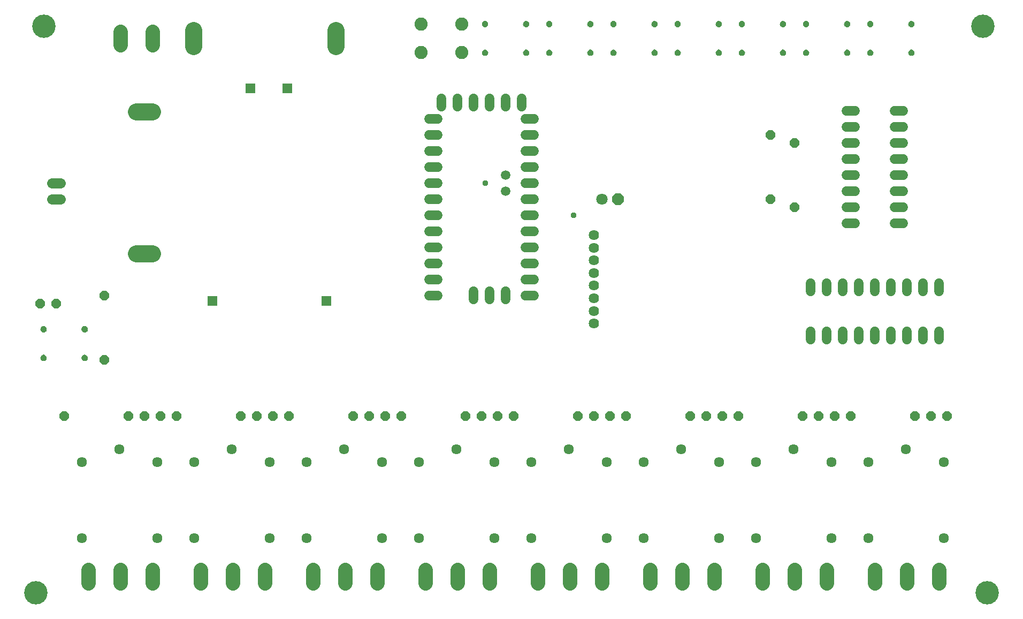
<source format=gbr>
G04 EAGLE Gerber RS-274X export*
G75*
%MOMM*%
%FSLAX34Y34*%
%LPD*%
%INSoldermask Top*%
%IPPOS*%
%AMOC8*
5,1,8,0,0,1.08239X$1,22.5*%
G01*
%ADD10C,3.703200*%
%ADD11P,1.951982X8X22.500000*%
%ADD12C,1.803400*%
%ADD13C,2.743200*%
%ADD14C,1.524000*%
%ADD15P,1.649562X8X202.500000*%
%ADD16P,1.649562X8X22.500000*%
%ADD17P,1.649562X8X112.500000*%
%ADD18P,1.649562X8X292.500000*%
%ADD19C,2.082800*%
%ADD20C,1.625600*%
%ADD21C,1.625600*%
%ADD22C,1.611200*%
%ADD23C,1.511200*%
%ADD24C,1.511200*%
%ADD25R,1.511200X1.511200*%
%ADD26C,2.298700*%
%ADD27C,0.959600*%

G36*
X122469Y462218D02*
X122469Y462218D01*
X122517Y462232D01*
X122607Y462250D01*
X123516Y462571D01*
X123560Y462596D01*
X123644Y462633D01*
X124459Y463148D01*
X124496Y463182D01*
X124569Y463237D01*
X125249Y463921D01*
X125278Y463962D01*
X125337Y464032D01*
X125848Y464850D01*
X125866Y464897D01*
X125909Y464978D01*
X126224Y465889D01*
X126232Y465939D01*
X126256Y466028D01*
X126361Y466986D01*
X126358Y467016D01*
X126364Y467055D01*
X126364Y467156D01*
X126359Y467184D01*
X126361Y467220D01*
X126262Y468193D01*
X126249Y468242D01*
X126232Y468332D01*
X125920Y469259D01*
X125895Y469303D01*
X125860Y469388D01*
X125349Y470222D01*
X125315Y470260D01*
X125261Y470334D01*
X124577Y471034D01*
X124536Y471063D01*
X124467Y471123D01*
X123645Y471653D01*
X123598Y471673D01*
X123518Y471717D01*
X122598Y472050D01*
X122549Y472059D01*
X122460Y472084D01*
X121489Y472204D01*
X121479Y472204D01*
X121467Y472207D01*
X121164Y472234D01*
X121114Y472229D01*
X121015Y472229D01*
X120058Y472087D01*
X120010Y472071D01*
X119920Y472051D01*
X119018Y471699D01*
X118975Y471673D01*
X118893Y471633D01*
X118092Y471090D01*
X118056Y471054D01*
X117984Y470997D01*
X117324Y470289D01*
X117297Y470247D01*
X117240Y470175D01*
X116754Y469338D01*
X116737Y469290D01*
X116697Y469207D01*
X116410Y468283D01*
X116404Y468233D01*
X116383Y468143D01*
X116317Y467278D01*
X116315Y467270D01*
X116315Y467252D01*
X116312Y467211D01*
X116308Y467182D01*
X116308Y467130D01*
X116313Y467103D01*
X116416Y466136D01*
X116430Y466088D01*
X116447Y465997D01*
X116766Y465067D01*
X116791Y465023D01*
X116827Y464938D01*
X117346Y464102D01*
X117379Y464065D01*
X117434Y463991D01*
X118125Y463291D01*
X118167Y463262D01*
X118236Y463201D01*
X119066Y462673D01*
X119113Y462654D01*
X119194Y462611D01*
X120121Y462280D01*
X120171Y462272D01*
X120259Y462248D01*
X121212Y462135D01*
X121316Y462115D01*
X121320Y462115D01*
X121323Y462113D01*
X121511Y462107D01*
X122469Y462218D01*
G37*
G36*
X57445Y462193D02*
X57445Y462193D01*
X57493Y462207D01*
X57583Y462225D01*
X58492Y462546D01*
X58536Y462571D01*
X58620Y462608D01*
X59435Y463123D01*
X59472Y463157D01*
X59545Y463212D01*
X60225Y463896D01*
X60254Y463937D01*
X60313Y464007D01*
X60824Y464825D01*
X60842Y464872D01*
X60885Y464953D01*
X61200Y465864D01*
X61208Y465914D01*
X61232Y466003D01*
X61337Y466961D01*
X61334Y466991D01*
X61340Y467030D01*
X61340Y467131D01*
X61335Y467159D01*
X61337Y467195D01*
X61238Y468168D01*
X61225Y468217D01*
X61208Y468307D01*
X60896Y469234D01*
X60871Y469278D01*
X60836Y469363D01*
X60325Y470197D01*
X60291Y470235D01*
X60237Y470309D01*
X59553Y471009D01*
X59512Y471038D01*
X59443Y471098D01*
X58621Y471628D01*
X58574Y471648D01*
X58494Y471692D01*
X57574Y472025D01*
X57525Y472034D01*
X57436Y472059D01*
X56465Y472179D01*
X56455Y472179D01*
X56443Y472182D01*
X56140Y472209D01*
X56090Y472204D01*
X55991Y472204D01*
X55034Y472062D01*
X54986Y472046D01*
X54896Y472026D01*
X53994Y471674D01*
X53951Y471648D01*
X53869Y471608D01*
X53068Y471065D01*
X53032Y471029D01*
X52960Y470972D01*
X52300Y470264D01*
X52273Y470222D01*
X52216Y470150D01*
X51730Y469313D01*
X51713Y469265D01*
X51673Y469182D01*
X51386Y468258D01*
X51380Y468208D01*
X51359Y468118D01*
X51293Y467253D01*
X51291Y467245D01*
X51291Y467227D01*
X51288Y467186D01*
X51284Y467157D01*
X51284Y467105D01*
X51289Y467078D01*
X51392Y466111D01*
X51406Y466063D01*
X51423Y465972D01*
X51742Y465042D01*
X51767Y464998D01*
X51803Y464913D01*
X52322Y464077D01*
X52355Y464040D01*
X52410Y463966D01*
X53101Y463266D01*
X53143Y463237D01*
X53212Y463176D01*
X54042Y462648D01*
X54089Y462629D01*
X54170Y462586D01*
X55097Y462255D01*
X55147Y462247D01*
X55235Y462223D01*
X56188Y462110D01*
X56292Y462090D01*
X56296Y462090D01*
X56299Y462088D01*
X56487Y462082D01*
X57445Y462193D01*
G37*
G36*
X57445Y416955D02*
X57445Y416955D01*
X57493Y416969D01*
X57583Y416987D01*
X58492Y417308D01*
X58536Y417333D01*
X58620Y417370D01*
X59435Y417885D01*
X59472Y417919D01*
X59545Y417974D01*
X60225Y418658D01*
X60254Y418699D01*
X60313Y418769D01*
X60824Y419587D01*
X60842Y419634D01*
X60885Y419715D01*
X61200Y420626D01*
X61208Y420676D01*
X61232Y420765D01*
X61337Y421723D01*
X61334Y421753D01*
X61340Y421792D01*
X61340Y421893D01*
X61335Y421921D01*
X61337Y421957D01*
X61238Y422930D01*
X61225Y422979D01*
X61208Y423069D01*
X60896Y423996D01*
X60871Y424040D01*
X60836Y424125D01*
X60325Y424959D01*
X60291Y424997D01*
X60237Y425071D01*
X59553Y425771D01*
X59512Y425800D01*
X59443Y425860D01*
X58621Y426390D01*
X58574Y426410D01*
X58494Y426454D01*
X57574Y426787D01*
X57525Y426796D01*
X57436Y426821D01*
X56465Y426941D01*
X56455Y426941D01*
X56443Y426944D01*
X56140Y426971D01*
X56090Y426966D01*
X55991Y426966D01*
X55034Y426824D01*
X54986Y426808D01*
X54896Y426788D01*
X53994Y426436D01*
X53951Y426410D01*
X53869Y426370D01*
X53068Y425827D01*
X53032Y425791D01*
X52960Y425734D01*
X52300Y425026D01*
X52273Y424984D01*
X52216Y424912D01*
X51730Y424075D01*
X51713Y424027D01*
X51673Y423944D01*
X51386Y423020D01*
X51380Y422970D01*
X51359Y422880D01*
X51293Y422015D01*
X51291Y422007D01*
X51291Y421989D01*
X51288Y421948D01*
X51284Y421919D01*
X51284Y421867D01*
X51289Y421840D01*
X51392Y420873D01*
X51406Y420825D01*
X51423Y420734D01*
X51742Y419804D01*
X51767Y419760D01*
X51803Y419675D01*
X52322Y418839D01*
X52355Y418802D01*
X52410Y418728D01*
X53101Y418028D01*
X53143Y417999D01*
X53212Y417938D01*
X54042Y417410D01*
X54089Y417391D01*
X54170Y417348D01*
X55097Y417017D01*
X55147Y417009D01*
X55235Y416985D01*
X56188Y416872D01*
X56292Y416852D01*
X56296Y416852D01*
X56299Y416850D01*
X56487Y416844D01*
X57445Y416955D01*
G37*
G36*
X122520Y416930D02*
X122520Y416930D01*
X122568Y416944D01*
X122658Y416962D01*
X123567Y417283D01*
X123611Y417308D01*
X123695Y417345D01*
X124510Y417860D01*
X124547Y417894D01*
X124620Y417949D01*
X125300Y418633D01*
X125329Y418674D01*
X125388Y418744D01*
X125899Y419562D01*
X125917Y419609D01*
X125960Y419690D01*
X126275Y420601D01*
X126283Y420651D01*
X126307Y420740D01*
X126412Y421698D01*
X126409Y421728D01*
X126415Y421767D01*
X126415Y421868D01*
X126410Y421896D01*
X126412Y421932D01*
X126313Y422905D01*
X126300Y422954D01*
X126283Y423044D01*
X125971Y423971D01*
X125946Y424015D01*
X125911Y424100D01*
X125400Y424934D01*
X125366Y424972D01*
X125312Y425046D01*
X124628Y425746D01*
X124587Y425775D01*
X124518Y425835D01*
X123696Y426365D01*
X123649Y426385D01*
X123569Y426429D01*
X122649Y426762D01*
X122600Y426771D01*
X122511Y426796D01*
X121540Y426916D01*
X121530Y426916D01*
X121518Y426919D01*
X121215Y426946D01*
X121165Y426941D01*
X121066Y426941D01*
X120109Y426799D01*
X120061Y426783D01*
X119971Y426763D01*
X119069Y426411D01*
X119026Y426385D01*
X118944Y426345D01*
X118143Y425802D01*
X118107Y425766D01*
X118035Y425709D01*
X117375Y425001D01*
X117348Y424959D01*
X117291Y424887D01*
X116805Y424050D01*
X116788Y424002D01*
X116748Y423919D01*
X116461Y422995D01*
X116455Y422945D01*
X116434Y422855D01*
X116368Y421990D01*
X116366Y421982D01*
X116366Y421964D01*
X116363Y421923D01*
X116359Y421894D01*
X116359Y421842D01*
X116364Y421815D01*
X116467Y420848D01*
X116481Y420800D01*
X116498Y420709D01*
X116817Y419779D01*
X116842Y419735D01*
X116878Y419650D01*
X117397Y418814D01*
X117430Y418777D01*
X117485Y418703D01*
X118176Y418003D01*
X118218Y417974D01*
X118287Y417913D01*
X119117Y417385D01*
X119164Y417366D01*
X119245Y417323D01*
X120172Y416992D01*
X120222Y416984D01*
X120310Y416960D01*
X121263Y416847D01*
X121367Y416827D01*
X121371Y416827D01*
X121374Y416825D01*
X121562Y416819D01*
X122520Y416930D01*
G37*
G36*
X856735Y944659D02*
X856735Y944659D01*
X856834Y944659D01*
X857791Y944801D01*
X857839Y944817D01*
X857929Y944837D01*
X858831Y945189D01*
X858874Y945215D01*
X858956Y945255D01*
X859757Y945798D01*
X859793Y945834D01*
X859865Y945891D01*
X860525Y946599D01*
X860552Y946641D01*
X860609Y946713D01*
X861095Y947550D01*
X861112Y947598D01*
X861152Y947681D01*
X861439Y948605D01*
X861445Y948655D01*
X861466Y948745D01*
X861533Y949629D01*
X861534Y949632D01*
X861534Y949640D01*
X861537Y949677D01*
X861541Y949706D01*
X861541Y949758D01*
X861536Y949785D01*
X861433Y950752D01*
X861419Y950800D01*
X861402Y950891D01*
X861083Y951821D01*
X861058Y951865D01*
X861022Y951950D01*
X860503Y952786D01*
X860470Y952823D01*
X860415Y952898D01*
X859724Y953597D01*
X859682Y953626D01*
X859613Y953687D01*
X858783Y954215D01*
X858736Y954234D01*
X858655Y954277D01*
X857728Y954608D01*
X857678Y954616D01*
X857590Y954640D01*
X856637Y954753D01*
X856534Y954773D01*
X856529Y954773D01*
X856526Y954775D01*
X856338Y954781D01*
X855380Y954670D01*
X855332Y954656D01*
X855242Y954638D01*
X854333Y954317D01*
X854289Y954292D01*
X854205Y954255D01*
X853390Y953740D01*
X853353Y953706D01*
X853280Y953651D01*
X852600Y952967D01*
X852571Y952926D01*
X852512Y952856D01*
X852001Y952038D01*
X851983Y951991D01*
X851940Y951910D01*
X851625Y950999D01*
X851617Y950949D01*
X851593Y950860D01*
X851489Y949902D01*
X851491Y949872D01*
X851485Y949833D01*
X851485Y949732D01*
X851490Y949705D01*
X851488Y949668D01*
X851587Y948695D01*
X851600Y948646D01*
X851617Y948556D01*
X851929Y947629D01*
X851954Y947585D01*
X851989Y947500D01*
X852500Y946666D01*
X852534Y946628D01*
X852588Y946554D01*
X853272Y945854D01*
X853313Y945825D01*
X853382Y945765D01*
X854204Y945235D01*
X854251Y945215D01*
X854331Y945171D01*
X855251Y944838D01*
X855300Y944829D01*
X855389Y944804D01*
X856360Y944684D01*
X856370Y944684D01*
X856382Y944681D01*
X856685Y944654D01*
X856735Y944659D01*
G37*
G36*
X1059935Y944659D02*
X1059935Y944659D01*
X1060034Y944659D01*
X1060991Y944801D01*
X1061039Y944817D01*
X1061129Y944837D01*
X1062031Y945189D01*
X1062074Y945215D01*
X1062156Y945255D01*
X1062957Y945798D01*
X1062993Y945834D01*
X1063065Y945891D01*
X1063725Y946599D01*
X1063752Y946641D01*
X1063809Y946713D01*
X1064295Y947550D01*
X1064312Y947598D01*
X1064352Y947681D01*
X1064639Y948605D01*
X1064645Y948655D01*
X1064666Y948745D01*
X1064733Y949629D01*
X1064734Y949632D01*
X1064734Y949640D01*
X1064737Y949677D01*
X1064741Y949706D01*
X1064741Y949758D01*
X1064736Y949785D01*
X1064633Y950752D01*
X1064619Y950800D01*
X1064602Y950891D01*
X1064283Y951821D01*
X1064258Y951865D01*
X1064222Y951950D01*
X1063703Y952786D01*
X1063670Y952823D01*
X1063615Y952898D01*
X1062924Y953597D01*
X1062882Y953626D01*
X1062813Y953687D01*
X1061983Y954215D01*
X1061936Y954234D01*
X1061855Y954277D01*
X1060928Y954608D01*
X1060878Y954616D01*
X1060790Y954640D01*
X1059837Y954753D01*
X1059734Y954773D01*
X1059729Y954773D01*
X1059726Y954775D01*
X1059538Y954781D01*
X1058580Y954670D01*
X1058532Y954656D01*
X1058442Y954638D01*
X1057533Y954317D01*
X1057489Y954292D01*
X1057405Y954255D01*
X1056590Y953740D01*
X1056553Y953706D01*
X1056480Y953651D01*
X1055800Y952967D01*
X1055771Y952926D01*
X1055712Y952856D01*
X1055201Y952038D01*
X1055183Y951991D01*
X1055140Y951910D01*
X1054825Y950999D01*
X1054817Y950949D01*
X1054793Y950860D01*
X1054689Y949902D01*
X1054691Y949872D01*
X1054685Y949833D01*
X1054685Y949732D01*
X1054690Y949705D01*
X1054688Y949668D01*
X1054787Y948695D01*
X1054800Y948646D01*
X1054817Y948556D01*
X1055129Y947629D01*
X1055154Y947585D01*
X1055189Y947500D01*
X1055700Y946666D01*
X1055734Y946628D01*
X1055788Y946554D01*
X1056472Y945854D01*
X1056513Y945825D01*
X1056582Y945765D01*
X1057404Y945235D01*
X1057451Y945215D01*
X1057531Y945171D01*
X1058451Y944838D01*
X1058500Y944829D01*
X1058589Y944804D01*
X1059560Y944684D01*
X1059570Y944684D01*
X1059582Y944681D01*
X1059885Y944654D01*
X1059935Y944659D01*
G37*
G36*
X958335Y944659D02*
X958335Y944659D01*
X958434Y944659D01*
X959391Y944801D01*
X959439Y944817D01*
X959529Y944837D01*
X960431Y945189D01*
X960474Y945215D01*
X960556Y945255D01*
X961357Y945798D01*
X961393Y945834D01*
X961465Y945891D01*
X962125Y946599D01*
X962152Y946641D01*
X962209Y946713D01*
X962695Y947550D01*
X962712Y947598D01*
X962752Y947681D01*
X963039Y948605D01*
X963045Y948655D01*
X963066Y948745D01*
X963133Y949629D01*
X963134Y949632D01*
X963134Y949640D01*
X963137Y949677D01*
X963141Y949706D01*
X963141Y949758D01*
X963136Y949785D01*
X963033Y950752D01*
X963019Y950800D01*
X963002Y950891D01*
X962683Y951821D01*
X962658Y951865D01*
X962622Y951950D01*
X962103Y952786D01*
X962070Y952823D01*
X962015Y952898D01*
X961324Y953597D01*
X961282Y953626D01*
X961213Y953687D01*
X960383Y954215D01*
X960336Y954234D01*
X960255Y954277D01*
X959328Y954608D01*
X959278Y954616D01*
X959190Y954640D01*
X958237Y954753D01*
X958134Y954773D01*
X958129Y954773D01*
X958126Y954775D01*
X957938Y954781D01*
X956980Y954670D01*
X956932Y954656D01*
X956842Y954638D01*
X955933Y954317D01*
X955889Y954292D01*
X955805Y954255D01*
X954990Y953740D01*
X954953Y953706D01*
X954880Y953651D01*
X954200Y952967D01*
X954171Y952926D01*
X954112Y952856D01*
X953601Y952038D01*
X953583Y951991D01*
X953540Y951910D01*
X953225Y950999D01*
X953217Y950949D01*
X953193Y950860D01*
X953089Y949902D01*
X953091Y949872D01*
X953085Y949833D01*
X953085Y949732D01*
X953090Y949705D01*
X953088Y949668D01*
X953187Y948695D01*
X953200Y948646D01*
X953217Y948556D01*
X953529Y947629D01*
X953554Y947585D01*
X953589Y947500D01*
X954100Y946666D01*
X954134Y946628D01*
X954188Y946554D01*
X954872Y945854D01*
X954913Y945825D01*
X954982Y945765D01*
X955804Y945235D01*
X955851Y945215D01*
X955931Y945171D01*
X956851Y944838D01*
X956900Y944829D01*
X956989Y944804D01*
X957960Y944684D01*
X957970Y944684D01*
X957982Y944681D01*
X958285Y944654D01*
X958335Y944659D01*
G37*
G36*
X1161535Y944659D02*
X1161535Y944659D01*
X1161634Y944659D01*
X1162591Y944801D01*
X1162639Y944817D01*
X1162729Y944837D01*
X1163631Y945189D01*
X1163674Y945215D01*
X1163756Y945255D01*
X1164557Y945798D01*
X1164593Y945834D01*
X1164665Y945891D01*
X1165325Y946599D01*
X1165352Y946641D01*
X1165409Y946713D01*
X1165895Y947550D01*
X1165912Y947598D01*
X1165952Y947681D01*
X1166239Y948605D01*
X1166245Y948655D01*
X1166266Y948745D01*
X1166333Y949629D01*
X1166334Y949632D01*
X1166334Y949640D01*
X1166337Y949677D01*
X1166341Y949706D01*
X1166341Y949758D01*
X1166336Y949785D01*
X1166233Y950752D01*
X1166219Y950800D01*
X1166202Y950891D01*
X1165883Y951821D01*
X1165858Y951865D01*
X1165822Y951950D01*
X1165303Y952786D01*
X1165270Y952823D01*
X1165215Y952898D01*
X1164524Y953597D01*
X1164482Y953626D01*
X1164413Y953687D01*
X1163583Y954215D01*
X1163536Y954234D01*
X1163455Y954277D01*
X1162528Y954608D01*
X1162478Y954616D01*
X1162390Y954640D01*
X1161437Y954753D01*
X1161334Y954773D01*
X1161329Y954773D01*
X1161326Y954775D01*
X1161138Y954781D01*
X1160180Y954670D01*
X1160132Y954656D01*
X1160042Y954638D01*
X1159133Y954317D01*
X1159089Y954292D01*
X1159005Y954255D01*
X1158190Y953740D01*
X1158153Y953706D01*
X1158080Y953651D01*
X1157400Y952967D01*
X1157371Y952926D01*
X1157312Y952856D01*
X1156801Y952038D01*
X1156783Y951991D01*
X1156740Y951910D01*
X1156425Y950999D01*
X1156417Y950949D01*
X1156393Y950860D01*
X1156289Y949902D01*
X1156291Y949872D01*
X1156285Y949833D01*
X1156285Y949732D01*
X1156290Y949705D01*
X1156288Y949668D01*
X1156387Y948695D01*
X1156400Y948646D01*
X1156417Y948556D01*
X1156729Y947629D01*
X1156754Y947585D01*
X1156789Y947500D01*
X1157300Y946666D01*
X1157334Y946628D01*
X1157388Y946554D01*
X1158072Y945854D01*
X1158113Y945825D01*
X1158182Y945765D01*
X1159004Y945235D01*
X1159051Y945215D01*
X1159131Y945171D01*
X1160051Y944838D01*
X1160100Y944829D01*
X1160189Y944804D01*
X1161160Y944684D01*
X1161170Y944684D01*
X1161182Y944681D01*
X1161485Y944654D01*
X1161535Y944659D01*
G37*
G36*
X1364735Y944659D02*
X1364735Y944659D01*
X1364834Y944659D01*
X1365791Y944801D01*
X1365839Y944817D01*
X1365929Y944837D01*
X1366831Y945189D01*
X1366874Y945215D01*
X1366956Y945255D01*
X1367757Y945798D01*
X1367793Y945834D01*
X1367865Y945891D01*
X1368525Y946599D01*
X1368552Y946641D01*
X1368609Y946713D01*
X1369095Y947550D01*
X1369112Y947598D01*
X1369152Y947681D01*
X1369439Y948605D01*
X1369445Y948655D01*
X1369466Y948745D01*
X1369533Y949629D01*
X1369534Y949632D01*
X1369534Y949640D01*
X1369537Y949677D01*
X1369541Y949706D01*
X1369541Y949758D01*
X1369536Y949785D01*
X1369433Y950752D01*
X1369419Y950800D01*
X1369402Y950891D01*
X1369083Y951821D01*
X1369058Y951865D01*
X1369022Y951950D01*
X1368503Y952786D01*
X1368470Y952823D01*
X1368415Y952898D01*
X1367724Y953597D01*
X1367682Y953626D01*
X1367613Y953687D01*
X1366783Y954215D01*
X1366736Y954234D01*
X1366655Y954277D01*
X1365728Y954608D01*
X1365678Y954616D01*
X1365590Y954640D01*
X1364637Y954753D01*
X1364534Y954773D01*
X1364529Y954773D01*
X1364526Y954775D01*
X1364338Y954781D01*
X1363380Y954670D01*
X1363332Y954656D01*
X1363242Y954638D01*
X1362333Y954317D01*
X1362289Y954292D01*
X1362205Y954255D01*
X1361390Y953740D01*
X1361353Y953706D01*
X1361280Y953651D01*
X1360600Y952967D01*
X1360571Y952926D01*
X1360512Y952856D01*
X1360001Y952038D01*
X1359983Y951991D01*
X1359940Y951910D01*
X1359625Y950999D01*
X1359617Y950949D01*
X1359593Y950860D01*
X1359489Y949902D01*
X1359491Y949872D01*
X1359485Y949833D01*
X1359485Y949732D01*
X1359490Y949705D01*
X1359488Y949668D01*
X1359587Y948695D01*
X1359600Y948646D01*
X1359617Y948556D01*
X1359929Y947629D01*
X1359954Y947585D01*
X1359989Y947500D01*
X1360500Y946666D01*
X1360534Y946628D01*
X1360588Y946554D01*
X1361272Y945854D01*
X1361313Y945825D01*
X1361382Y945765D01*
X1362204Y945235D01*
X1362251Y945215D01*
X1362331Y945171D01*
X1363251Y944838D01*
X1363300Y944829D01*
X1363389Y944804D01*
X1364360Y944684D01*
X1364370Y944684D01*
X1364382Y944681D01*
X1364685Y944654D01*
X1364735Y944659D01*
G37*
G36*
X755135Y944659D02*
X755135Y944659D01*
X755234Y944659D01*
X756191Y944801D01*
X756239Y944817D01*
X756329Y944837D01*
X757231Y945189D01*
X757274Y945215D01*
X757356Y945255D01*
X758157Y945798D01*
X758193Y945834D01*
X758265Y945891D01*
X758925Y946599D01*
X758952Y946641D01*
X759009Y946713D01*
X759495Y947550D01*
X759512Y947598D01*
X759552Y947681D01*
X759839Y948605D01*
X759845Y948655D01*
X759866Y948745D01*
X759933Y949629D01*
X759934Y949632D01*
X759934Y949640D01*
X759937Y949677D01*
X759941Y949706D01*
X759941Y949758D01*
X759936Y949785D01*
X759833Y950752D01*
X759819Y950800D01*
X759802Y950891D01*
X759483Y951821D01*
X759458Y951865D01*
X759422Y951950D01*
X758903Y952786D01*
X758870Y952823D01*
X758815Y952898D01*
X758124Y953597D01*
X758082Y953626D01*
X758013Y953687D01*
X757183Y954215D01*
X757136Y954234D01*
X757055Y954277D01*
X756128Y954608D01*
X756078Y954616D01*
X755990Y954640D01*
X755037Y954753D01*
X754934Y954773D01*
X754929Y954773D01*
X754926Y954775D01*
X754738Y954781D01*
X753780Y954670D01*
X753732Y954656D01*
X753642Y954638D01*
X752733Y954317D01*
X752689Y954292D01*
X752605Y954255D01*
X751790Y953740D01*
X751753Y953706D01*
X751680Y953651D01*
X751000Y952967D01*
X750971Y952926D01*
X750912Y952856D01*
X750401Y952038D01*
X750383Y951991D01*
X750340Y951910D01*
X750025Y950999D01*
X750017Y950949D01*
X749993Y950860D01*
X749889Y949902D01*
X749891Y949872D01*
X749885Y949833D01*
X749885Y949732D01*
X749890Y949705D01*
X749888Y949668D01*
X749987Y948695D01*
X750000Y948646D01*
X750017Y948556D01*
X750329Y947629D01*
X750354Y947585D01*
X750389Y947500D01*
X750900Y946666D01*
X750934Y946628D01*
X750988Y946554D01*
X751672Y945854D01*
X751713Y945825D01*
X751782Y945765D01*
X752604Y945235D01*
X752651Y945215D01*
X752731Y945171D01*
X753651Y944838D01*
X753700Y944829D01*
X753789Y944804D01*
X754760Y944684D01*
X754770Y944684D01*
X754782Y944681D01*
X755085Y944654D01*
X755135Y944659D01*
G37*
G36*
X1263135Y944659D02*
X1263135Y944659D01*
X1263234Y944659D01*
X1264191Y944801D01*
X1264239Y944817D01*
X1264329Y944837D01*
X1265231Y945189D01*
X1265274Y945215D01*
X1265356Y945255D01*
X1266157Y945798D01*
X1266193Y945834D01*
X1266265Y945891D01*
X1266925Y946599D01*
X1266952Y946641D01*
X1267009Y946713D01*
X1267495Y947550D01*
X1267512Y947598D01*
X1267552Y947681D01*
X1267839Y948605D01*
X1267845Y948655D01*
X1267866Y948745D01*
X1267933Y949629D01*
X1267934Y949632D01*
X1267934Y949640D01*
X1267937Y949677D01*
X1267941Y949706D01*
X1267941Y949758D01*
X1267936Y949785D01*
X1267833Y950752D01*
X1267819Y950800D01*
X1267802Y950891D01*
X1267483Y951821D01*
X1267458Y951865D01*
X1267422Y951950D01*
X1266903Y952786D01*
X1266870Y952823D01*
X1266815Y952898D01*
X1266124Y953597D01*
X1266082Y953626D01*
X1266013Y953687D01*
X1265183Y954215D01*
X1265136Y954234D01*
X1265055Y954277D01*
X1264128Y954608D01*
X1264078Y954616D01*
X1263990Y954640D01*
X1263037Y954753D01*
X1262934Y954773D01*
X1262929Y954773D01*
X1262926Y954775D01*
X1262738Y954781D01*
X1261780Y954670D01*
X1261732Y954656D01*
X1261642Y954638D01*
X1260733Y954317D01*
X1260689Y954292D01*
X1260605Y954255D01*
X1259790Y953740D01*
X1259753Y953706D01*
X1259680Y953651D01*
X1259000Y952967D01*
X1258971Y952926D01*
X1258912Y952856D01*
X1258401Y952038D01*
X1258383Y951991D01*
X1258340Y951910D01*
X1258025Y950999D01*
X1258017Y950949D01*
X1257993Y950860D01*
X1257889Y949902D01*
X1257891Y949872D01*
X1257885Y949833D01*
X1257885Y949732D01*
X1257890Y949705D01*
X1257888Y949668D01*
X1257987Y948695D01*
X1258000Y948646D01*
X1258017Y948556D01*
X1258329Y947629D01*
X1258354Y947585D01*
X1258389Y947500D01*
X1258900Y946666D01*
X1258934Y946628D01*
X1258988Y946554D01*
X1259672Y945854D01*
X1259713Y945825D01*
X1259782Y945765D01*
X1260604Y945235D01*
X1260651Y945215D01*
X1260731Y945171D01*
X1261651Y944838D01*
X1261700Y944829D01*
X1261789Y944804D01*
X1262760Y944684D01*
X1262770Y944684D01*
X1262782Y944681D01*
X1263085Y944654D01*
X1263135Y944659D01*
G37*
G36*
X1429810Y944634D02*
X1429810Y944634D01*
X1429909Y944634D01*
X1430866Y944776D01*
X1430914Y944792D01*
X1431004Y944812D01*
X1431906Y945164D01*
X1431949Y945190D01*
X1432031Y945230D01*
X1432832Y945773D01*
X1432868Y945809D01*
X1432940Y945866D01*
X1433600Y946574D01*
X1433627Y946616D01*
X1433684Y946688D01*
X1434170Y947525D01*
X1434187Y947573D01*
X1434227Y947656D01*
X1434514Y948580D01*
X1434520Y948630D01*
X1434541Y948720D01*
X1434608Y949604D01*
X1434609Y949607D01*
X1434609Y949615D01*
X1434612Y949652D01*
X1434616Y949681D01*
X1434616Y949733D01*
X1434611Y949760D01*
X1434508Y950727D01*
X1434494Y950775D01*
X1434477Y950866D01*
X1434158Y951796D01*
X1434133Y951840D01*
X1434097Y951925D01*
X1433578Y952761D01*
X1433545Y952798D01*
X1433490Y952873D01*
X1432799Y953572D01*
X1432757Y953601D01*
X1432688Y953662D01*
X1431858Y954190D01*
X1431811Y954209D01*
X1431730Y954252D01*
X1430803Y954583D01*
X1430753Y954591D01*
X1430665Y954615D01*
X1429712Y954728D01*
X1429609Y954748D01*
X1429604Y954748D01*
X1429601Y954750D01*
X1429413Y954756D01*
X1428455Y954645D01*
X1428407Y954631D01*
X1428317Y954613D01*
X1427408Y954292D01*
X1427364Y954267D01*
X1427280Y954230D01*
X1426465Y953715D01*
X1426428Y953681D01*
X1426355Y953626D01*
X1425675Y952942D01*
X1425646Y952901D01*
X1425587Y952831D01*
X1425076Y952013D01*
X1425058Y951966D01*
X1425015Y951885D01*
X1424700Y950974D01*
X1424692Y950924D01*
X1424668Y950835D01*
X1424564Y949877D01*
X1424566Y949847D01*
X1424560Y949808D01*
X1424560Y949707D01*
X1424565Y949680D01*
X1424563Y949643D01*
X1424662Y948670D01*
X1424675Y948621D01*
X1424692Y948531D01*
X1425004Y947604D01*
X1425029Y947560D01*
X1425064Y947475D01*
X1425575Y946641D01*
X1425609Y946603D01*
X1425663Y946529D01*
X1426347Y945829D01*
X1426388Y945800D01*
X1426457Y945740D01*
X1427279Y945210D01*
X1427326Y945190D01*
X1427406Y945146D01*
X1428326Y944813D01*
X1428375Y944804D01*
X1428464Y944779D01*
X1429435Y944659D01*
X1429445Y944659D01*
X1429457Y944656D01*
X1429760Y944629D01*
X1429810Y944634D01*
G37*
G36*
X1328210Y944634D02*
X1328210Y944634D01*
X1328309Y944634D01*
X1329266Y944776D01*
X1329314Y944792D01*
X1329404Y944812D01*
X1330306Y945164D01*
X1330349Y945190D01*
X1330431Y945230D01*
X1331232Y945773D01*
X1331268Y945809D01*
X1331340Y945866D01*
X1332000Y946574D01*
X1332027Y946616D01*
X1332084Y946688D01*
X1332570Y947525D01*
X1332587Y947573D01*
X1332627Y947656D01*
X1332914Y948580D01*
X1332920Y948630D01*
X1332941Y948720D01*
X1333008Y949604D01*
X1333009Y949607D01*
X1333009Y949615D01*
X1333012Y949652D01*
X1333016Y949681D01*
X1333016Y949733D01*
X1333011Y949760D01*
X1332908Y950727D01*
X1332894Y950775D01*
X1332877Y950866D01*
X1332558Y951796D01*
X1332533Y951840D01*
X1332497Y951925D01*
X1331978Y952761D01*
X1331945Y952798D01*
X1331890Y952873D01*
X1331199Y953572D01*
X1331157Y953601D01*
X1331088Y953662D01*
X1330258Y954190D01*
X1330211Y954209D01*
X1330130Y954252D01*
X1329203Y954583D01*
X1329153Y954591D01*
X1329065Y954615D01*
X1328112Y954728D01*
X1328009Y954748D01*
X1328004Y954748D01*
X1328001Y954750D01*
X1327813Y954756D01*
X1326855Y954645D01*
X1326807Y954631D01*
X1326717Y954613D01*
X1325808Y954292D01*
X1325764Y954267D01*
X1325680Y954230D01*
X1324865Y953715D01*
X1324828Y953681D01*
X1324755Y953626D01*
X1324075Y952942D01*
X1324046Y952901D01*
X1323987Y952831D01*
X1323476Y952013D01*
X1323458Y951966D01*
X1323415Y951885D01*
X1323100Y950974D01*
X1323092Y950924D01*
X1323068Y950835D01*
X1322964Y949877D01*
X1322966Y949847D01*
X1322960Y949808D01*
X1322960Y949707D01*
X1322965Y949680D01*
X1322963Y949643D01*
X1323062Y948670D01*
X1323075Y948621D01*
X1323092Y948531D01*
X1323404Y947604D01*
X1323429Y947560D01*
X1323464Y947475D01*
X1323975Y946641D01*
X1324009Y946603D01*
X1324063Y946529D01*
X1324747Y945829D01*
X1324788Y945800D01*
X1324857Y945740D01*
X1325679Y945210D01*
X1325726Y945190D01*
X1325806Y945146D01*
X1326726Y944813D01*
X1326775Y944804D01*
X1326864Y944779D01*
X1327835Y944659D01*
X1327845Y944659D01*
X1327857Y944656D01*
X1328160Y944629D01*
X1328210Y944634D01*
G37*
G36*
X820210Y944634D02*
X820210Y944634D01*
X820309Y944634D01*
X821266Y944776D01*
X821314Y944792D01*
X821404Y944812D01*
X822306Y945164D01*
X822349Y945190D01*
X822431Y945230D01*
X823232Y945773D01*
X823268Y945809D01*
X823340Y945866D01*
X824000Y946574D01*
X824027Y946616D01*
X824084Y946688D01*
X824570Y947525D01*
X824587Y947573D01*
X824627Y947656D01*
X824914Y948580D01*
X824920Y948630D01*
X824941Y948720D01*
X825008Y949604D01*
X825009Y949607D01*
X825009Y949615D01*
X825012Y949652D01*
X825016Y949681D01*
X825016Y949733D01*
X825011Y949760D01*
X824908Y950727D01*
X824894Y950775D01*
X824877Y950866D01*
X824558Y951796D01*
X824533Y951840D01*
X824497Y951925D01*
X823978Y952761D01*
X823945Y952798D01*
X823890Y952873D01*
X823199Y953572D01*
X823157Y953601D01*
X823088Y953662D01*
X822258Y954190D01*
X822211Y954209D01*
X822130Y954252D01*
X821203Y954583D01*
X821153Y954591D01*
X821065Y954615D01*
X820112Y954728D01*
X820009Y954748D01*
X820004Y954748D01*
X820001Y954750D01*
X819813Y954756D01*
X818855Y954645D01*
X818807Y954631D01*
X818717Y954613D01*
X817808Y954292D01*
X817764Y954267D01*
X817680Y954230D01*
X816865Y953715D01*
X816828Y953681D01*
X816755Y953626D01*
X816075Y952942D01*
X816046Y952901D01*
X815987Y952831D01*
X815476Y952013D01*
X815458Y951966D01*
X815415Y951885D01*
X815100Y950974D01*
X815092Y950924D01*
X815068Y950835D01*
X814964Y949877D01*
X814966Y949847D01*
X814960Y949808D01*
X814960Y949707D01*
X814965Y949680D01*
X814963Y949643D01*
X815062Y948670D01*
X815075Y948621D01*
X815092Y948531D01*
X815404Y947604D01*
X815429Y947560D01*
X815464Y947475D01*
X815975Y946641D01*
X816009Y946603D01*
X816063Y946529D01*
X816747Y945829D01*
X816788Y945800D01*
X816857Y945740D01*
X817679Y945210D01*
X817726Y945190D01*
X817806Y945146D01*
X818726Y944813D01*
X818775Y944804D01*
X818864Y944779D01*
X819835Y944659D01*
X819845Y944659D01*
X819857Y944656D01*
X820160Y944629D01*
X820210Y944634D01*
G37*
G36*
X1023410Y944634D02*
X1023410Y944634D01*
X1023509Y944634D01*
X1024466Y944776D01*
X1024514Y944792D01*
X1024604Y944812D01*
X1025506Y945164D01*
X1025549Y945190D01*
X1025631Y945230D01*
X1026432Y945773D01*
X1026468Y945809D01*
X1026540Y945866D01*
X1027200Y946574D01*
X1027227Y946616D01*
X1027284Y946688D01*
X1027770Y947525D01*
X1027787Y947573D01*
X1027827Y947656D01*
X1028114Y948580D01*
X1028120Y948630D01*
X1028141Y948720D01*
X1028208Y949604D01*
X1028209Y949607D01*
X1028209Y949615D01*
X1028212Y949652D01*
X1028216Y949681D01*
X1028216Y949733D01*
X1028211Y949760D01*
X1028108Y950727D01*
X1028094Y950775D01*
X1028077Y950866D01*
X1027758Y951796D01*
X1027733Y951840D01*
X1027697Y951925D01*
X1027178Y952761D01*
X1027145Y952798D01*
X1027090Y952873D01*
X1026399Y953572D01*
X1026357Y953601D01*
X1026288Y953662D01*
X1025458Y954190D01*
X1025411Y954209D01*
X1025330Y954252D01*
X1024403Y954583D01*
X1024353Y954591D01*
X1024265Y954615D01*
X1023312Y954728D01*
X1023209Y954748D01*
X1023204Y954748D01*
X1023201Y954750D01*
X1023013Y954756D01*
X1022055Y954645D01*
X1022007Y954631D01*
X1021917Y954613D01*
X1021008Y954292D01*
X1020964Y954267D01*
X1020880Y954230D01*
X1020065Y953715D01*
X1020028Y953681D01*
X1019955Y953626D01*
X1019275Y952942D01*
X1019246Y952901D01*
X1019187Y952831D01*
X1018676Y952013D01*
X1018658Y951966D01*
X1018615Y951885D01*
X1018300Y950974D01*
X1018292Y950924D01*
X1018268Y950835D01*
X1018164Y949877D01*
X1018166Y949847D01*
X1018160Y949808D01*
X1018160Y949707D01*
X1018165Y949680D01*
X1018163Y949643D01*
X1018262Y948670D01*
X1018275Y948621D01*
X1018292Y948531D01*
X1018604Y947604D01*
X1018629Y947560D01*
X1018664Y947475D01*
X1019175Y946641D01*
X1019209Y946603D01*
X1019263Y946529D01*
X1019947Y945829D01*
X1019988Y945800D01*
X1020057Y945740D01*
X1020879Y945210D01*
X1020926Y945190D01*
X1021006Y945146D01*
X1021926Y944813D01*
X1021975Y944804D01*
X1022064Y944779D01*
X1023035Y944659D01*
X1023045Y944659D01*
X1023057Y944656D01*
X1023360Y944629D01*
X1023410Y944634D01*
G37*
G36*
X921810Y944634D02*
X921810Y944634D01*
X921909Y944634D01*
X922866Y944776D01*
X922914Y944792D01*
X923004Y944812D01*
X923906Y945164D01*
X923949Y945190D01*
X924031Y945230D01*
X924832Y945773D01*
X924868Y945809D01*
X924940Y945866D01*
X925600Y946574D01*
X925627Y946616D01*
X925684Y946688D01*
X926170Y947525D01*
X926187Y947573D01*
X926227Y947656D01*
X926514Y948580D01*
X926520Y948630D01*
X926541Y948720D01*
X926608Y949604D01*
X926609Y949607D01*
X926609Y949615D01*
X926612Y949652D01*
X926616Y949681D01*
X926616Y949733D01*
X926611Y949760D01*
X926508Y950727D01*
X926494Y950775D01*
X926477Y950866D01*
X926158Y951796D01*
X926133Y951840D01*
X926097Y951925D01*
X925578Y952761D01*
X925545Y952798D01*
X925490Y952873D01*
X924799Y953572D01*
X924757Y953601D01*
X924688Y953662D01*
X923858Y954190D01*
X923811Y954209D01*
X923730Y954252D01*
X922803Y954583D01*
X922753Y954591D01*
X922665Y954615D01*
X921712Y954728D01*
X921609Y954748D01*
X921604Y954748D01*
X921601Y954750D01*
X921413Y954756D01*
X920455Y954645D01*
X920407Y954631D01*
X920317Y954613D01*
X919408Y954292D01*
X919364Y954267D01*
X919280Y954230D01*
X918465Y953715D01*
X918428Y953681D01*
X918355Y953626D01*
X917675Y952942D01*
X917646Y952901D01*
X917587Y952831D01*
X917076Y952013D01*
X917058Y951966D01*
X917015Y951885D01*
X916700Y950974D01*
X916692Y950924D01*
X916668Y950835D01*
X916564Y949877D01*
X916566Y949847D01*
X916560Y949808D01*
X916560Y949707D01*
X916565Y949680D01*
X916563Y949643D01*
X916662Y948670D01*
X916675Y948621D01*
X916692Y948531D01*
X917004Y947604D01*
X917029Y947560D01*
X917064Y947475D01*
X917575Y946641D01*
X917609Y946603D01*
X917663Y946529D01*
X918347Y945829D01*
X918388Y945800D01*
X918457Y945740D01*
X919279Y945210D01*
X919326Y945190D01*
X919406Y945146D01*
X920326Y944813D01*
X920375Y944804D01*
X920464Y944779D01*
X921435Y944659D01*
X921445Y944659D01*
X921457Y944656D01*
X921760Y944629D01*
X921810Y944634D01*
G37*
G36*
X1125010Y944634D02*
X1125010Y944634D01*
X1125109Y944634D01*
X1126066Y944776D01*
X1126114Y944792D01*
X1126204Y944812D01*
X1127106Y945164D01*
X1127149Y945190D01*
X1127231Y945230D01*
X1128032Y945773D01*
X1128068Y945809D01*
X1128140Y945866D01*
X1128800Y946574D01*
X1128827Y946616D01*
X1128884Y946688D01*
X1129370Y947525D01*
X1129387Y947573D01*
X1129427Y947656D01*
X1129714Y948580D01*
X1129720Y948630D01*
X1129741Y948720D01*
X1129808Y949604D01*
X1129809Y949607D01*
X1129809Y949615D01*
X1129812Y949652D01*
X1129816Y949681D01*
X1129816Y949733D01*
X1129811Y949760D01*
X1129708Y950727D01*
X1129694Y950775D01*
X1129677Y950866D01*
X1129358Y951796D01*
X1129333Y951840D01*
X1129297Y951925D01*
X1128778Y952761D01*
X1128745Y952798D01*
X1128690Y952873D01*
X1127999Y953572D01*
X1127957Y953601D01*
X1127888Y953662D01*
X1127058Y954190D01*
X1127011Y954209D01*
X1126930Y954252D01*
X1126003Y954583D01*
X1125953Y954591D01*
X1125865Y954615D01*
X1124912Y954728D01*
X1124809Y954748D01*
X1124804Y954748D01*
X1124801Y954750D01*
X1124613Y954756D01*
X1123655Y954645D01*
X1123607Y954631D01*
X1123517Y954613D01*
X1122608Y954292D01*
X1122564Y954267D01*
X1122480Y954230D01*
X1121665Y953715D01*
X1121628Y953681D01*
X1121555Y953626D01*
X1120875Y952942D01*
X1120846Y952901D01*
X1120787Y952831D01*
X1120276Y952013D01*
X1120258Y951966D01*
X1120215Y951885D01*
X1119900Y950974D01*
X1119892Y950924D01*
X1119868Y950835D01*
X1119764Y949877D01*
X1119766Y949847D01*
X1119760Y949808D01*
X1119760Y949707D01*
X1119765Y949680D01*
X1119763Y949643D01*
X1119862Y948670D01*
X1119875Y948621D01*
X1119892Y948531D01*
X1120204Y947604D01*
X1120229Y947560D01*
X1120264Y947475D01*
X1120775Y946641D01*
X1120809Y946603D01*
X1120863Y946529D01*
X1121547Y945829D01*
X1121588Y945800D01*
X1121657Y945740D01*
X1122479Y945210D01*
X1122526Y945190D01*
X1122606Y945146D01*
X1123526Y944813D01*
X1123575Y944804D01*
X1123664Y944779D01*
X1124635Y944659D01*
X1124645Y944659D01*
X1124657Y944656D01*
X1124960Y944629D01*
X1125010Y944634D01*
G37*
G36*
X1226610Y944634D02*
X1226610Y944634D01*
X1226709Y944634D01*
X1227666Y944776D01*
X1227714Y944792D01*
X1227804Y944812D01*
X1228706Y945164D01*
X1228749Y945190D01*
X1228831Y945230D01*
X1229632Y945773D01*
X1229668Y945809D01*
X1229740Y945866D01*
X1230400Y946574D01*
X1230427Y946616D01*
X1230484Y946688D01*
X1230970Y947525D01*
X1230987Y947573D01*
X1231027Y947656D01*
X1231314Y948580D01*
X1231320Y948630D01*
X1231341Y948720D01*
X1231408Y949604D01*
X1231409Y949607D01*
X1231409Y949615D01*
X1231412Y949652D01*
X1231416Y949681D01*
X1231416Y949733D01*
X1231411Y949760D01*
X1231308Y950727D01*
X1231294Y950775D01*
X1231277Y950866D01*
X1230958Y951796D01*
X1230933Y951840D01*
X1230897Y951925D01*
X1230378Y952761D01*
X1230345Y952798D01*
X1230290Y952873D01*
X1229599Y953572D01*
X1229557Y953601D01*
X1229488Y953662D01*
X1228658Y954190D01*
X1228611Y954209D01*
X1228530Y954252D01*
X1227603Y954583D01*
X1227553Y954591D01*
X1227465Y954615D01*
X1226512Y954728D01*
X1226409Y954748D01*
X1226404Y954748D01*
X1226401Y954750D01*
X1226213Y954756D01*
X1225255Y954645D01*
X1225207Y954631D01*
X1225117Y954613D01*
X1224208Y954292D01*
X1224164Y954267D01*
X1224080Y954230D01*
X1223265Y953715D01*
X1223228Y953681D01*
X1223155Y953626D01*
X1222475Y952942D01*
X1222446Y952901D01*
X1222387Y952831D01*
X1221876Y952013D01*
X1221858Y951966D01*
X1221815Y951885D01*
X1221500Y950974D01*
X1221492Y950924D01*
X1221468Y950835D01*
X1221364Y949877D01*
X1221366Y949847D01*
X1221360Y949808D01*
X1221360Y949707D01*
X1221365Y949680D01*
X1221363Y949643D01*
X1221462Y948670D01*
X1221475Y948621D01*
X1221492Y948531D01*
X1221804Y947604D01*
X1221829Y947560D01*
X1221864Y947475D01*
X1222375Y946641D01*
X1222409Y946603D01*
X1222463Y946529D01*
X1223147Y945829D01*
X1223188Y945800D01*
X1223257Y945740D01*
X1224079Y945210D01*
X1224126Y945190D01*
X1224206Y945146D01*
X1225126Y944813D01*
X1225175Y944804D01*
X1225264Y944779D01*
X1226235Y944659D01*
X1226245Y944659D01*
X1226257Y944656D01*
X1226560Y944629D01*
X1226610Y944634D01*
G37*
G36*
X820210Y899396D02*
X820210Y899396D01*
X820309Y899396D01*
X821266Y899538D01*
X821314Y899554D01*
X821404Y899574D01*
X822306Y899926D01*
X822349Y899952D01*
X822431Y899992D01*
X823232Y900535D01*
X823268Y900571D01*
X823340Y900628D01*
X824000Y901336D01*
X824027Y901378D01*
X824084Y901450D01*
X824570Y902287D01*
X824587Y902335D01*
X824627Y902418D01*
X824914Y903342D01*
X824920Y903392D01*
X824941Y903482D01*
X825008Y904366D01*
X825009Y904369D01*
X825009Y904377D01*
X825012Y904414D01*
X825016Y904443D01*
X825016Y904495D01*
X825011Y904522D01*
X824908Y905489D01*
X824894Y905537D01*
X824877Y905628D01*
X824558Y906558D01*
X824533Y906602D01*
X824497Y906687D01*
X823978Y907523D01*
X823945Y907560D01*
X823890Y907635D01*
X823199Y908334D01*
X823157Y908363D01*
X823088Y908424D01*
X822258Y908952D01*
X822211Y908971D01*
X822130Y909014D01*
X821203Y909345D01*
X821153Y909353D01*
X821065Y909377D01*
X820112Y909490D01*
X820009Y909510D01*
X820004Y909510D01*
X820001Y909512D01*
X819813Y909518D01*
X818855Y909407D01*
X818807Y909393D01*
X818717Y909375D01*
X817808Y909054D01*
X817764Y909029D01*
X817680Y908992D01*
X816865Y908477D01*
X816828Y908443D01*
X816755Y908388D01*
X816075Y907704D01*
X816046Y907663D01*
X815987Y907593D01*
X815476Y906775D01*
X815458Y906728D01*
X815415Y906647D01*
X815100Y905736D01*
X815092Y905686D01*
X815068Y905597D01*
X814964Y904639D01*
X814966Y904609D01*
X814960Y904570D01*
X814960Y904469D01*
X814965Y904442D01*
X814963Y904405D01*
X815062Y903432D01*
X815075Y903383D01*
X815092Y903293D01*
X815404Y902366D01*
X815429Y902322D01*
X815464Y902237D01*
X815975Y901403D01*
X816009Y901365D01*
X816063Y901291D01*
X816747Y900591D01*
X816788Y900562D01*
X816857Y900502D01*
X817679Y899972D01*
X817726Y899952D01*
X817806Y899908D01*
X818726Y899575D01*
X818775Y899566D01*
X818864Y899541D01*
X819835Y899421D01*
X819845Y899421D01*
X819857Y899418D01*
X820160Y899391D01*
X820210Y899396D01*
G37*
G36*
X1226610Y899396D02*
X1226610Y899396D01*
X1226709Y899396D01*
X1227666Y899538D01*
X1227714Y899554D01*
X1227804Y899574D01*
X1228706Y899926D01*
X1228749Y899952D01*
X1228831Y899992D01*
X1229632Y900535D01*
X1229668Y900571D01*
X1229740Y900628D01*
X1230400Y901336D01*
X1230427Y901378D01*
X1230484Y901450D01*
X1230970Y902287D01*
X1230987Y902335D01*
X1231027Y902418D01*
X1231314Y903342D01*
X1231320Y903392D01*
X1231341Y903482D01*
X1231408Y904366D01*
X1231409Y904369D01*
X1231409Y904377D01*
X1231412Y904414D01*
X1231416Y904443D01*
X1231416Y904495D01*
X1231411Y904522D01*
X1231308Y905489D01*
X1231294Y905537D01*
X1231277Y905628D01*
X1230958Y906558D01*
X1230933Y906602D01*
X1230897Y906687D01*
X1230378Y907523D01*
X1230345Y907560D01*
X1230290Y907635D01*
X1229599Y908334D01*
X1229557Y908363D01*
X1229488Y908424D01*
X1228658Y908952D01*
X1228611Y908971D01*
X1228530Y909014D01*
X1227603Y909345D01*
X1227553Y909353D01*
X1227465Y909377D01*
X1226512Y909490D01*
X1226409Y909510D01*
X1226404Y909510D01*
X1226401Y909512D01*
X1226213Y909518D01*
X1225255Y909407D01*
X1225207Y909393D01*
X1225117Y909375D01*
X1224208Y909054D01*
X1224164Y909029D01*
X1224080Y908992D01*
X1223265Y908477D01*
X1223228Y908443D01*
X1223155Y908388D01*
X1222475Y907704D01*
X1222446Y907663D01*
X1222387Y907593D01*
X1221876Y906775D01*
X1221858Y906728D01*
X1221815Y906647D01*
X1221500Y905736D01*
X1221492Y905686D01*
X1221468Y905597D01*
X1221364Y904639D01*
X1221366Y904609D01*
X1221360Y904570D01*
X1221360Y904469D01*
X1221365Y904442D01*
X1221363Y904405D01*
X1221462Y903432D01*
X1221475Y903383D01*
X1221492Y903293D01*
X1221804Y902366D01*
X1221829Y902322D01*
X1221864Y902237D01*
X1222375Y901403D01*
X1222409Y901365D01*
X1222463Y901291D01*
X1223147Y900591D01*
X1223188Y900562D01*
X1223257Y900502D01*
X1224079Y899972D01*
X1224126Y899952D01*
X1224206Y899908D01*
X1225126Y899575D01*
X1225175Y899566D01*
X1225264Y899541D01*
X1226235Y899421D01*
X1226245Y899421D01*
X1226257Y899418D01*
X1226560Y899391D01*
X1226610Y899396D01*
G37*
G36*
X1328210Y899396D02*
X1328210Y899396D01*
X1328309Y899396D01*
X1329266Y899538D01*
X1329314Y899554D01*
X1329404Y899574D01*
X1330306Y899926D01*
X1330349Y899952D01*
X1330431Y899992D01*
X1331232Y900535D01*
X1331268Y900571D01*
X1331340Y900628D01*
X1332000Y901336D01*
X1332027Y901378D01*
X1332084Y901450D01*
X1332570Y902287D01*
X1332587Y902335D01*
X1332627Y902418D01*
X1332914Y903342D01*
X1332920Y903392D01*
X1332941Y903482D01*
X1333008Y904366D01*
X1333009Y904369D01*
X1333009Y904377D01*
X1333012Y904414D01*
X1333016Y904443D01*
X1333016Y904495D01*
X1333011Y904522D01*
X1332908Y905489D01*
X1332894Y905537D01*
X1332877Y905628D01*
X1332558Y906558D01*
X1332533Y906602D01*
X1332497Y906687D01*
X1331978Y907523D01*
X1331945Y907560D01*
X1331890Y907635D01*
X1331199Y908334D01*
X1331157Y908363D01*
X1331088Y908424D01*
X1330258Y908952D01*
X1330211Y908971D01*
X1330130Y909014D01*
X1329203Y909345D01*
X1329153Y909353D01*
X1329065Y909377D01*
X1328112Y909490D01*
X1328009Y909510D01*
X1328004Y909510D01*
X1328001Y909512D01*
X1327813Y909518D01*
X1326855Y909407D01*
X1326807Y909393D01*
X1326717Y909375D01*
X1325808Y909054D01*
X1325764Y909029D01*
X1325680Y908992D01*
X1324865Y908477D01*
X1324828Y908443D01*
X1324755Y908388D01*
X1324075Y907704D01*
X1324046Y907663D01*
X1323987Y907593D01*
X1323476Y906775D01*
X1323458Y906728D01*
X1323415Y906647D01*
X1323100Y905736D01*
X1323092Y905686D01*
X1323068Y905597D01*
X1322964Y904639D01*
X1322966Y904609D01*
X1322960Y904570D01*
X1322960Y904469D01*
X1322965Y904442D01*
X1322963Y904405D01*
X1323062Y903432D01*
X1323075Y903383D01*
X1323092Y903293D01*
X1323404Y902366D01*
X1323429Y902322D01*
X1323464Y902237D01*
X1323975Y901403D01*
X1324009Y901365D01*
X1324063Y901291D01*
X1324747Y900591D01*
X1324788Y900562D01*
X1324857Y900502D01*
X1325679Y899972D01*
X1325726Y899952D01*
X1325806Y899908D01*
X1326726Y899575D01*
X1326775Y899566D01*
X1326864Y899541D01*
X1327835Y899421D01*
X1327845Y899421D01*
X1327857Y899418D01*
X1328160Y899391D01*
X1328210Y899396D01*
G37*
G36*
X921810Y899396D02*
X921810Y899396D01*
X921909Y899396D01*
X922866Y899538D01*
X922914Y899554D01*
X923004Y899574D01*
X923906Y899926D01*
X923949Y899952D01*
X924031Y899992D01*
X924832Y900535D01*
X924868Y900571D01*
X924940Y900628D01*
X925600Y901336D01*
X925627Y901378D01*
X925684Y901450D01*
X926170Y902287D01*
X926187Y902335D01*
X926227Y902418D01*
X926514Y903342D01*
X926520Y903392D01*
X926541Y903482D01*
X926608Y904366D01*
X926609Y904369D01*
X926609Y904377D01*
X926612Y904414D01*
X926616Y904443D01*
X926616Y904495D01*
X926611Y904522D01*
X926508Y905489D01*
X926494Y905537D01*
X926477Y905628D01*
X926158Y906558D01*
X926133Y906602D01*
X926097Y906687D01*
X925578Y907523D01*
X925545Y907560D01*
X925490Y907635D01*
X924799Y908334D01*
X924757Y908363D01*
X924688Y908424D01*
X923858Y908952D01*
X923811Y908971D01*
X923730Y909014D01*
X922803Y909345D01*
X922753Y909353D01*
X922665Y909377D01*
X921712Y909490D01*
X921609Y909510D01*
X921604Y909510D01*
X921601Y909512D01*
X921413Y909518D01*
X920455Y909407D01*
X920407Y909393D01*
X920317Y909375D01*
X919408Y909054D01*
X919364Y909029D01*
X919280Y908992D01*
X918465Y908477D01*
X918428Y908443D01*
X918355Y908388D01*
X917675Y907704D01*
X917646Y907663D01*
X917587Y907593D01*
X917076Y906775D01*
X917058Y906728D01*
X917015Y906647D01*
X916700Y905736D01*
X916692Y905686D01*
X916668Y905597D01*
X916564Y904639D01*
X916566Y904609D01*
X916560Y904570D01*
X916560Y904469D01*
X916565Y904442D01*
X916563Y904405D01*
X916662Y903432D01*
X916675Y903383D01*
X916692Y903293D01*
X917004Y902366D01*
X917029Y902322D01*
X917064Y902237D01*
X917575Y901403D01*
X917609Y901365D01*
X917663Y901291D01*
X918347Y900591D01*
X918388Y900562D01*
X918457Y900502D01*
X919279Y899972D01*
X919326Y899952D01*
X919406Y899908D01*
X920326Y899575D01*
X920375Y899566D01*
X920464Y899541D01*
X921435Y899421D01*
X921445Y899421D01*
X921457Y899418D01*
X921760Y899391D01*
X921810Y899396D01*
G37*
G36*
X1429810Y899396D02*
X1429810Y899396D01*
X1429909Y899396D01*
X1430866Y899538D01*
X1430914Y899554D01*
X1431004Y899574D01*
X1431906Y899926D01*
X1431949Y899952D01*
X1432031Y899992D01*
X1432832Y900535D01*
X1432868Y900571D01*
X1432940Y900628D01*
X1433600Y901336D01*
X1433627Y901378D01*
X1433684Y901450D01*
X1434170Y902287D01*
X1434187Y902335D01*
X1434227Y902418D01*
X1434514Y903342D01*
X1434520Y903392D01*
X1434541Y903482D01*
X1434608Y904366D01*
X1434609Y904369D01*
X1434609Y904377D01*
X1434612Y904414D01*
X1434616Y904443D01*
X1434616Y904495D01*
X1434611Y904522D01*
X1434508Y905489D01*
X1434494Y905537D01*
X1434477Y905628D01*
X1434158Y906558D01*
X1434133Y906602D01*
X1434097Y906687D01*
X1433578Y907523D01*
X1433545Y907560D01*
X1433490Y907635D01*
X1432799Y908334D01*
X1432757Y908363D01*
X1432688Y908424D01*
X1431858Y908952D01*
X1431811Y908971D01*
X1431730Y909014D01*
X1430803Y909345D01*
X1430753Y909353D01*
X1430665Y909377D01*
X1429712Y909490D01*
X1429609Y909510D01*
X1429604Y909510D01*
X1429601Y909512D01*
X1429413Y909518D01*
X1428455Y909407D01*
X1428407Y909393D01*
X1428317Y909375D01*
X1427408Y909054D01*
X1427364Y909029D01*
X1427280Y908992D01*
X1426465Y908477D01*
X1426428Y908443D01*
X1426355Y908388D01*
X1425675Y907704D01*
X1425646Y907663D01*
X1425587Y907593D01*
X1425076Y906775D01*
X1425058Y906728D01*
X1425015Y906647D01*
X1424700Y905736D01*
X1424692Y905686D01*
X1424668Y905597D01*
X1424564Y904639D01*
X1424566Y904609D01*
X1424560Y904570D01*
X1424560Y904469D01*
X1424565Y904442D01*
X1424563Y904405D01*
X1424662Y903432D01*
X1424675Y903383D01*
X1424692Y903293D01*
X1425004Y902366D01*
X1425029Y902322D01*
X1425064Y902237D01*
X1425575Y901403D01*
X1425609Y901365D01*
X1425663Y901291D01*
X1426347Y900591D01*
X1426388Y900562D01*
X1426457Y900502D01*
X1427279Y899972D01*
X1427326Y899952D01*
X1427406Y899908D01*
X1428326Y899575D01*
X1428375Y899566D01*
X1428464Y899541D01*
X1429435Y899421D01*
X1429445Y899421D01*
X1429457Y899418D01*
X1429760Y899391D01*
X1429810Y899396D01*
G37*
G36*
X1125010Y899396D02*
X1125010Y899396D01*
X1125109Y899396D01*
X1126066Y899538D01*
X1126114Y899554D01*
X1126204Y899574D01*
X1127106Y899926D01*
X1127149Y899952D01*
X1127231Y899992D01*
X1128032Y900535D01*
X1128068Y900571D01*
X1128140Y900628D01*
X1128800Y901336D01*
X1128827Y901378D01*
X1128884Y901450D01*
X1129370Y902287D01*
X1129387Y902335D01*
X1129427Y902418D01*
X1129714Y903342D01*
X1129720Y903392D01*
X1129741Y903482D01*
X1129808Y904366D01*
X1129809Y904369D01*
X1129809Y904377D01*
X1129812Y904414D01*
X1129816Y904443D01*
X1129816Y904495D01*
X1129811Y904522D01*
X1129708Y905489D01*
X1129694Y905537D01*
X1129677Y905628D01*
X1129358Y906558D01*
X1129333Y906602D01*
X1129297Y906687D01*
X1128778Y907523D01*
X1128745Y907560D01*
X1128690Y907635D01*
X1127999Y908334D01*
X1127957Y908363D01*
X1127888Y908424D01*
X1127058Y908952D01*
X1127011Y908971D01*
X1126930Y909014D01*
X1126003Y909345D01*
X1125953Y909353D01*
X1125865Y909377D01*
X1124912Y909490D01*
X1124809Y909510D01*
X1124804Y909510D01*
X1124801Y909512D01*
X1124613Y909518D01*
X1123655Y909407D01*
X1123607Y909393D01*
X1123517Y909375D01*
X1122608Y909054D01*
X1122564Y909029D01*
X1122480Y908992D01*
X1121665Y908477D01*
X1121628Y908443D01*
X1121555Y908388D01*
X1120875Y907704D01*
X1120846Y907663D01*
X1120787Y907593D01*
X1120276Y906775D01*
X1120258Y906728D01*
X1120215Y906647D01*
X1119900Y905736D01*
X1119892Y905686D01*
X1119868Y905597D01*
X1119764Y904639D01*
X1119766Y904609D01*
X1119760Y904570D01*
X1119760Y904469D01*
X1119765Y904442D01*
X1119763Y904405D01*
X1119862Y903432D01*
X1119875Y903383D01*
X1119892Y903293D01*
X1120204Y902366D01*
X1120229Y902322D01*
X1120264Y902237D01*
X1120775Y901403D01*
X1120809Y901365D01*
X1120863Y901291D01*
X1121547Y900591D01*
X1121588Y900562D01*
X1121657Y900502D01*
X1122479Y899972D01*
X1122526Y899952D01*
X1122606Y899908D01*
X1123526Y899575D01*
X1123575Y899566D01*
X1123664Y899541D01*
X1124635Y899421D01*
X1124645Y899421D01*
X1124657Y899418D01*
X1124960Y899391D01*
X1125010Y899396D01*
G37*
G36*
X1023410Y899396D02*
X1023410Y899396D01*
X1023509Y899396D01*
X1024466Y899538D01*
X1024514Y899554D01*
X1024604Y899574D01*
X1025506Y899926D01*
X1025549Y899952D01*
X1025631Y899992D01*
X1026432Y900535D01*
X1026468Y900571D01*
X1026540Y900628D01*
X1027200Y901336D01*
X1027227Y901378D01*
X1027284Y901450D01*
X1027770Y902287D01*
X1027787Y902335D01*
X1027827Y902418D01*
X1028114Y903342D01*
X1028120Y903392D01*
X1028141Y903482D01*
X1028208Y904366D01*
X1028209Y904369D01*
X1028209Y904377D01*
X1028212Y904414D01*
X1028216Y904443D01*
X1028216Y904495D01*
X1028211Y904522D01*
X1028108Y905489D01*
X1028094Y905537D01*
X1028077Y905628D01*
X1027758Y906558D01*
X1027733Y906602D01*
X1027697Y906687D01*
X1027178Y907523D01*
X1027145Y907560D01*
X1027090Y907635D01*
X1026399Y908334D01*
X1026357Y908363D01*
X1026288Y908424D01*
X1025458Y908952D01*
X1025411Y908971D01*
X1025330Y909014D01*
X1024403Y909345D01*
X1024353Y909353D01*
X1024265Y909377D01*
X1023312Y909490D01*
X1023209Y909510D01*
X1023204Y909510D01*
X1023201Y909512D01*
X1023013Y909518D01*
X1022055Y909407D01*
X1022007Y909393D01*
X1021917Y909375D01*
X1021008Y909054D01*
X1020964Y909029D01*
X1020880Y908992D01*
X1020065Y908477D01*
X1020028Y908443D01*
X1019955Y908388D01*
X1019275Y907704D01*
X1019246Y907663D01*
X1019187Y907593D01*
X1018676Y906775D01*
X1018658Y906728D01*
X1018615Y906647D01*
X1018300Y905736D01*
X1018292Y905686D01*
X1018268Y905597D01*
X1018164Y904639D01*
X1018166Y904609D01*
X1018160Y904570D01*
X1018160Y904469D01*
X1018165Y904442D01*
X1018163Y904405D01*
X1018262Y903432D01*
X1018275Y903383D01*
X1018292Y903293D01*
X1018604Y902366D01*
X1018629Y902322D01*
X1018664Y902237D01*
X1019175Y901403D01*
X1019209Y901365D01*
X1019263Y901291D01*
X1019947Y900591D01*
X1019988Y900562D01*
X1020057Y900502D01*
X1020879Y899972D01*
X1020926Y899952D01*
X1021006Y899908D01*
X1021926Y899575D01*
X1021975Y899566D01*
X1022064Y899541D01*
X1023035Y899421D01*
X1023045Y899421D01*
X1023057Y899418D01*
X1023360Y899391D01*
X1023410Y899396D01*
G37*
G36*
X1161586Y899371D02*
X1161586Y899371D01*
X1161685Y899371D01*
X1162642Y899513D01*
X1162690Y899529D01*
X1162780Y899549D01*
X1163682Y899901D01*
X1163725Y899927D01*
X1163807Y899967D01*
X1164608Y900510D01*
X1164644Y900546D01*
X1164716Y900603D01*
X1165376Y901311D01*
X1165403Y901353D01*
X1165460Y901425D01*
X1165946Y902262D01*
X1165963Y902310D01*
X1166003Y902393D01*
X1166290Y903317D01*
X1166296Y903367D01*
X1166317Y903457D01*
X1166384Y904341D01*
X1166385Y904344D01*
X1166385Y904352D01*
X1166388Y904389D01*
X1166392Y904418D01*
X1166392Y904470D01*
X1166387Y904497D01*
X1166284Y905464D01*
X1166270Y905512D01*
X1166253Y905603D01*
X1165934Y906533D01*
X1165909Y906577D01*
X1165873Y906662D01*
X1165354Y907498D01*
X1165321Y907535D01*
X1165266Y907610D01*
X1164575Y908309D01*
X1164533Y908338D01*
X1164464Y908399D01*
X1163634Y908927D01*
X1163587Y908946D01*
X1163506Y908989D01*
X1162579Y909320D01*
X1162529Y909328D01*
X1162441Y909352D01*
X1161488Y909465D01*
X1161385Y909485D01*
X1161380Y909485D01*
X1161377Y909487D01*
X1161189Y909493D01*
X1160231Y909382D01*
X1160183Y909368D01*
X1160093Y909350D01*
X1159184Y909029D01*
X1159140Y909004D01*
X1159056Y908967D01*
X1158241Y908452D01*
X1158204Y908418D01*
X1158131Y908363D01*
X1157451Y907679D01*
X1157422Y907638D01*
X1157363Y907568D01*
X1156852Y906750D01*
X1156834Y906703D01*
X1156791Y906622D01*
X1156476Y905711D01*
X1156468Y905661D01*
X1156444Y905572D01*
X1156340Y904614D01*
X1156342Y904584D01*
X1156336Y904545D01*
X1156336Y904444D01*
X1156341Y904417D01*
X1156339Y904380D01*
X1156438Y903407D01*
X1156451Y903358D01*
X1156468Y903268D01*
X1156780Y902341D01*
X1156805Y902297D01*
X1156840Y902212D01*
X1157351Y901378D01*
X1157385Y901340D01*
X1157439Y901266D01*
X1158123Y900566D01*
X1158164Y900537D01*
X1158233Y900477D01*
X1159055Y899947D01*
X1159102Y899927D01*
X1159182Y899883D01*
X1160102Y899550D01*
X1160151Y899541D01*
X1160240Y899516D01*
X1161211Y899396D01*
X1161221Y899396D01*
X1161233Y899393D01*
X1161536Y899366D01*
X1161586Y899371D01*
G37*
G36*
X1059986Y899371D02*
X1059986Y899371D01*
X1060085Y899371D01*
X1061042Y899513D01*
X1061090Y899529D01*
X1061180Y899549D01*
X1062082Y899901D01*
X1062125Y899927D01*
X1062207Y899967D01*
X1063008Y900510D01*
X1063044Y900546D01*
X1063116Y900603D01*
X1063776Y901311D01*
X1063803Y901353D01*
X1063860Y901425D01*
X1064346Y902262D01*
X1064363Y902310D01*
X1064403Y902393D01*
X1064690Y903317D01*
X1064696Y903367D01*
X1064717Y903457D01*
X1064784Y904341D01*
X1064785Y904344D01*
X1064785Y904352D01*
X1064788Y904389D01*
X1064792Y904418D01*
X1064792Y904470D01*
X1064787Y904497D01*
X1064684Y905464D01*
X1064670Y905512D01*
X1064653Y905603D01*
X1064334Y906533D01*
X1064309Y906577D01*
X1064273Y906662D01*
X1063754Y907498D01*
X1063721Y907535D01*
X1063666Y907610D01*
X1062975Y908309D01*
X1062933Y908338D01*
X1062864Y908399D01*
X1062034Y908927D01*
X1061987Y908946D01*
X1061906Y908989D01*
X1060979Y909320D01*
X1060929Y909328D01*
X1060841Y909352D01*
X1059888Y909465D01*
X1059785Y909485D01*
X1059780Y909485D01*
X1059777Y909487D01*
X1059589Y909493D01*
X1058631Y909382D01*
X1058583Y909368D01*
X1058493Y909350D01*
X1057584Y909029D01*
X1057540Y909004D01*
X1057456Y908967D01*
X1056641Y908452D01*
X1056604Y908418D01*
X1056531Y908363D01*
X1055851Y907679D01*
X1055822Y907638D01*
X1055763Y907568D01*
X1055252Y906750D01*
X1055234Y906703D01*
X1055191Y906622D01*
X1054876Y905711D01*
X1054868Y905661D01*
X1054844Y905572D01*
X1054740Y904614D01*
X1054742Y904584D01*
X1054736Y904545D01*
X1054736Y904444D01*
X1054741Y904417D01*
X1054739Y904380D01*
X1054838Y903407D01*
X1054851Y903358D01*
X1054868Y903268D01*
X1055180Y902341D01*
X1055205Y902297D01*
X1055240Y902212D01*
X1055751Y901378D01*
X1055785Y901340D01*
X1055839Y901266D01*
X1056523Y900566D01*
X1056564Y900537D01*
X1056633Y900477D01*
X1057455Y899947D01*
X1057502Y899927D01*
X1057582Y899883D01*
X1058502Y899550D01*
X1058551Y899541D01*
X1058640Y899516D01*
X1059611Y899396D01*
X1059621Y899396D01*
X1059633Y899393D01*
X1059936Y899366D01*
X1059986Y899371D01*
G37*
G36*
X755186Y899371D02*
X755186Y899371D01*
X755285Y899371D01*
X756242Y899513D01*
X756290Y899529D01*
X756380Y899549D01*
X757282Y899901D01*
X757325Y899927D01*
X757407Y899967D01*
X758208Y900510D01*
X758244Y900546D01*
X758316Y900603D01*
X758976Y901311D01*
X759003Y901353D01*
X759060Y901425D01*
X759546Y902262D01*
X759563Y902310D01*
X759603Y902393D01*
X759890Y903317D01*
X759896Y903367D01*
X759917Y903457D01*
X759984Y904341D01*
X759985Y904344D01*
X759985Y904352D01*
X759988Y904389D01*
X759992Y904418D01*
X759992Y904470D01*
X759987Y904497D01*
X759884Y905464D01*
X759870Y905512D01*
X759853Y905603D01*
X759534Y906533D01*
X759509Y906577D01*
X759473Y906662D01*
X758954Y907498D01*
X758921Y907535D01*
X758866Y907610D01*
X758175Y908309D01*
X758133Y908338D01*
X758064Y908399D01*
X757234Y908927D01*
X757187Y908946D01*
X757106Y908989D01*
X756179Y909320D01*
X756129Y909328D01*
X756041Y909352D01*
X755088Y909465D01*
X754985Y909485D01*
X754980Y909485D01*
X754977Y909487D01*
X754789Y909493D01*
X753831Y909382D01*
X753783Y909368D01*
X753693Y909350D01*
X752784Y909029D01*
X752740Y909004D01*
X752656Y908967D01*
X751841Y908452D01*
X751804Y908418D01*
X751731Y908363D01*
X751051Y907679D01*
X751022Y907638D01*
X750963Y907568D01*
X750452Y906750D01*
X750434Y906703D01*
X750391Y906622D01*
X750076Y905711D01*
X750068Y905661D01*
X750044Y905572D01*
X749940Y904614D01*
X749942Y904584D01*
X749936Y904545D01*
X749936Y904444D01*
X749941Y904417D01*
X749939Y904380D01*
X750038Y903407D01*
X750051Y903358D01*
X750068Y903268D01*
X750380Y902341D01*
X750405Y902297D01*
X750440Y902212D01*
X750951Y901378D01*
X750985Y901340D01*
X751039Y901266D01*
X751723Y900566D01*
X751764Y900537D01*
X751833Y900477D01*
X752655Y899947D01*
X752702Y899927D01*
X752782Y899883D01*
X753702Y899550D01*
X753751Y899541D01*
X753840Y899516D01*
X754811Y899396D01*
X754821Y899396D01*
X754833Y899393D01*
X755136Y899366D01*
X755186Y899371D01*
G37*
G36*
X1364786Y899371D02*
X1364786Y899371D01*
X1364885Y899371D01*
X1365842Y899513D01*
X1365890Y899529D01*
X1365980Y899549D01*
X1366882Y899901D01*
X1366925Y899927D01*
X1367007Y899967D01*
X1367808Y900510D01*
X1367844Y900546D01*
X1367916Y900603D01*
X1368576Y901311D01*
X1368603Y901353D01*
X1368660Y901425D01*
X1369146Y902262D01*
X1369163Y902310D01*
X1369203Y902393D01*
X1369490Y903317D01*
X1369496Y903367D01*
X1369517Y903457D01*
X1369584Y904341D01*
X1369585Y904344D01*
X1369585Y904352D01*
X1369588Y904389D01*
X1369592Y904418D01*
X1369592Y904470D01*
X1369587Y904497D01*
X1369484Y905464D01*
X1369470Y905512D01*
X1369453Y905603D01*
X1369134Y906533D01*
X1369109Y906577D01*
X1369073Y906662D01*
X1368554Y907498D01*
X1368521Y907535D01*
X1368466Y907610D01*
X1367775Y908309D01*
X1367733Y908338D01*
X1367664Y908399D01*
X1366834Y908927D01*
X1366787Y908946D01*
X1366706Y908989D01*
X1365779Y909320D01*
X1365729Y909328D01*
X1365641Y909352D01*
X1364688Y909465D01*
X1364585Y909485D01*
X1364580Y909485D01*
X1364577Y909487D01*
X1364389Y909493D01*
X1363431Y909382D01*
X1363383Y909368D01*
X1363293Y909350D01*
X1362384Y909029D01*
X1362340Y909004D01*
X1362256Y908967D01*
X1361441Y908452D01*
X1361404Y908418D01*
X1361331Y908363D01*
X1360651Y907679D01*
X1360622Y907638D01*
X1360563Y907568D01*
X1360052Y906750D01*
X1360034Y906703D01*
X1359991Y906622D01*
X1359676Y905711D01*
X1359668Y905661D01*
X1359644Y905572D01*
X1359540Y904614D01*
X1359542Y904584D01*
X1359536Y904545D01*
X1359536Y904444D01*
X1359541Y904417D01*
X1359539Y904380D01*
X1359638Y903407D01*
X1359651Y903358D01*
X1359668Y903268D01*
X1359980Y902341D01*
X1360005Y902297D01*
X1360040Y902212D01*
X1360551Y901378D01*
X1360585Y901340D01*
X1360639Y901266D01*
X1361323Y900566D01*
X1361364Y900537D01*
X1361433Y900477D01*
X1362255Y899947D01*
X1362302Y899927D01*
X1362382Y899883D01*
X1363302Y899550D01*
X1363351Y899541D01*
X1363440Y899516D01*
X1364411Y899396D01*
X1364421Y899396D01*
X1364433Y899393D01*
X1364736Y899366D01*
X1364786Y899371D01*
G37*
G36*
X958386Y899371D02*
X958386Y899371D01*
X958485Y899371D01*
X959442Y899513D01*
X959490Y899529D01*
X959580Y899549D01*
X960482Y899901D01*
X960525Y899927D01*
X960607Y899967D01*
X961408Y900510D01*
X961444Y900546D01*
X961516Y900603D01*
X962176Y901311D01*
X962203Y901353D01*
X962260Y901425D01*
X962746Y902262D01*
X962763Y902310D01*
X962803Y902393D01*
X963090Y903317D01*
X963096Y903367D01*
X963117Y903457D01*
X963184Y904341D01*
X963185Y904344D01*
X963185Y904352D01*
X963188Y904389D01*
X963192Y904418D01*
X963192Y904470D01*
X963187Y904497D01*
X963084Y905464D01*
X963070Y905512D01*
X963053Y905603D01*
X962734Y906533D01*
X962709Y906577D01*
X962673Y906662D01*
X962154Y907498D01*
X962121Y907535D01*
X962066Y907610D01*
X961375Y908309D01*
X961333Y908338D01*
X961264Y908399D01*
X960434Y908927D01*
X960387Y908946D01*
X960306Y908989D01*
X959379Y909320D01*
X959329Y909328D01*
X959241Y909352D01*
X958288Y909465D01*
X958185Y909485D01*
X958180Y909485D01*
X958177Y909487D01*
X957989Y909493D01*
X957031Y909382D01*
X956983Y909368D01*
X956893Y909350D01*
X955984Y909029D01*
X955940Y909004D01*
X955856Y908967D01*
X955041Y908452D01*
X955004Y908418D01*
X954931Y908363D01*
X954251Y907679D01*
X954222Y907638D01*
X954163Y907568D01*
X953652Y906750D01*
X953634Y906703D01*
X953591Y906622D01*
X953276Y905711D01*
X953268Y905661D01*
X953244Y905572D01*
X953140Y904614D01*
X953142Y904584D01*
X953136Y904545D01*
X953136Y904444D01*
X953141Y904417D01*
X953139Y904380D01*
X953238Y903407D01*
X953251Y903358D01*
X953268Y903268D01*
X953580Y902341D01*
X953605Y902297D01*
X953640Y902212D01*
X954151Y901378D01*
X954185Y901340D01*
X954239Y901266D01*
X954923Y900566D01*
X954964Y900537D01*
X955033Y900477D01*
X955855Y899947D01*
X955902Y899927D01*
X955982Y899883D01*
X956902Y899550D01*
X956951Y899541D01*
X957040Y899516D01*
X958011Y899396D01*
X958021Y899396D01*
X958033Y899393D01*
X958336Y899366D01*
X958386Y899371D01*
G37*
G36*
X1263186Y899371D02*
X1263186Y899371D01*
X1263285Y899371D01*
X1264242Y899513D01*
X1264290Y899529D01*
X1264380Y899549D01*
X1265282Y899901D01*
X1265325Y899927D01*
X1265407Y899967D01*
X1266208Y900510D01*
X1266244Y900546D01*
X1266316Y900603D01*
X1266976Y901311D01*
X1267003Y901353D01*
X1267060Y901425D01*
X1267546Y902262D01*
X1267563Y902310D01*
X1267603Y902393D01*
X1267890Y903317D01*
X1267896Y903367D01*
X1267917Y903457D01*
X1267984Y904341D01*
X1267985Y904344D01*
X1267985Y904352D01*
X1267988Y904389D01*
X1267992Y904418D01*
X1267992Y904470D01*
X1267987Y904497D01*
X1267884Y905464D01*
X1267870Y905512D01*
X1267853Y905603D01*
X1267534Y906533D01*
X1267509Y906577D01*
X1267473Y906662D01*
X1266954Y907498D01*
X1266921Y907535D01*
X1266866Y907610D01*
X1266175Y908309D01*
X1266133Y908338D01*
X1266064Y908399D01*
X1265234Y908927D01*
X1265187Y908946D01*
X1265106Y908989D01*
X1264179Y909320D01*
X1264129Y909328D01*
X1264041Y909352D01*
X1263088Y909465D01*
X1262985Y909485D01*
X1262980Y909485D01*
X1262977Y909487D01*
X1262789Y909493D01*
X1261831Y909382D01*
X1261783Y909368D01*
X1261693Y909350D01*
X1260784Y909029D01*
X1260740Y909004D01*
X1260656Y908967D01*
X1259841Y908452D01*
X1259804Y908418D01*
X1259731Y908363D01*
X1259051Y907679D01*
X1259022Y907638D01*
X1258963Y907568D01*
X1258452Y906750D01*
X1258434Y906703D01*
X1258391Y906622D01*
X1258076Y905711D01*
X1258068Y905661D01*
X1258044Y905572D01*
X1257940Y904614D01*
X1257942Y904584D01*
X1257936Y904545D01*
X1257936Y904444D01*
X1257941Y904417D01*
X1257939Y904380D01*
X1258038Y903407D01*
X1258051Y903358D01*
X1258068Y903268D01*
X1258380Y902341D01*
X1258405Y902297D01*
X1258440Y902212D01*
X1258951Y901378D01*
X1258985Y901340D01*
X1259039Y901266D01*
X1259723Y900566D01*
X1259764Y900537D01*
X1259833Y900477D01*
X1260655Y899947D01*
X1260702Y899927D01*
X1260782Y899883D01*
X1261702Y899550D01*
X1261751Y899541D01*
X1261840Y899516D01*
X1262811Y899396D01*
X1262821Y899396D01*
X1262833Y899393D01*
X1263136Y899366D01*
X1263186Y899371D01*
G37*
G36*
X856786Y899371D02*
X856786Y899371D01*
X856885Y899371D01*
X857842Y899513D01*
X857890Y899529D01*
X857980Y899549D01*
X858882Y899901D01*
X858925Y899927D01*
X859007Y899967D01*
X859808Y900510D01*
X859844Y900546D01*
X859916Y900603D01*
X860576Y901311D01*
X860603Y901353D01*
X860660Y901425D01*
X861146Y902262D01*
X861163Y902310D01*
X861203Y902393D01*
X861490Y903317D01*
X861496Y903367D01*
X861517Y903457D01*
X861584Y904341D01*
X861585Y904344D01*
X861585Y904352D01*
X861588Y904389D01*
X861592Y904418D01*
X861592Y904470D01*
X861587Y904497D01*
X861484Y905464D01*
X861470Y905512D01*
X861453Y905603D01*
X861134Y906533D01*
X861109Y906577D01*
X861073Y906662D01*
X860554Y907498D01*
X860521Y907535D01*
X860466Y907610D01*
X859775Y908309D01*
X859733Y908338D01*
X859664Y908399D01*
X858834Y908927D01*
X858787Y908946D01*
X858706Y908989D01*
X857779Y909320D01*
X857729Y909328D01*
X857641Y909352D01*
X856688Y909465D01*
X856585Y909485D01*
X856580Y909485D01*
X856577Y909487D01*
X856389Y909493D01*
X855431Y909382D01*
X855383Y909368D01*
X855293Y909350D01*
X854384Y909029D01*
X854340Y909004D01*
X854256Y908967D01*
X853441Y908452D01*
X853404Y908418D01*
X853331Y908363D01*
X852651Y907679D01*
X852622Y907638D01*
X852563Y907568D01*
X852052Y906750D01*
X852034Y906703D01*
X851991Y906622D01*
X851676Y905711D01*
X851668Y905661D01*
X851644Y905572D01*
X851540Y904614D01*
X851542Y904584D01*
X851536Y904545D01*
X851536Y904444D01*
X851541Y904417D01*
X851539Y904380D01*
X851638Y903407D01*
X851651Y903358D01*
X851668Y903268D01*
X851980Y902341D01*
X852005Y902297D01*
X852040Y902212D01*
X852551Y901378D01*
X852585Y901340D01*
X852639Y901266D01*
X853323Y900566D01*
X853364Y900537D01*
X853433Y900477D01*
X854255Y899947D01*
X854302Y899927D01*
X854382Y899883D01*
X855302Y899550D01*
X855351Y899541D01*
X855440Y899516D01*
X856411Y899396D01*
X856421Y899396D01*
X856433Y899393D01*
X856736Y899366D01*
X856786Y899371D01*
G37*
D10*
X57150Y946150D03*
X1543050Y946150D03*
X44450Y50800D03*
X1549400Y50800D03*
D11*
X965200Y673100D03*
D12*
X939800Y673100D03*
D13*
X293878Y914400D02*
X293878Y939800D01*
X518922Y939800D02*
X518922Y914400D01*
X228600Y585978D02*
X203200Y585978D01*
X203200Y811022D02*
X228600Y811022D01*
D14*
X1473200Y540004D02*
X1473200Y526796D01*
X1447800Y526796D02*
X1447800Y540004D01*
X1320800Y540004D02*
X1320800Y526796D01*
X1295400Y526796D02*
X1295400Y540004D01*
X1422400Y540004D02*
X1422400Y526796D01*
X1397000Y526796D02*
X1397000Y540004D01*
X1346200Y540004D02*
X1346200Y526796D01*
X1371600Y526796D02*
X1371600Y540004D01*
X1270000Y540004D02*
X1270000Y526796D01*
X1270000Y463804D02*
X1270000Y450596D01*
X1295400Y450596D02*
X1295400Y463804D01*
X1320800Y463804D02*
X1320800Y450596D01*
X1346200Y450596D02*
X1346200Y463804D01*
X1371600Y463804D02*
X1371600Y450596D01*
X1397000Y450596D02*
X1397000Y463804D01*
X1422400Y463804D02*
X1422400Y450596D01*
X1447800Y450596D02*
X1447800Y463804D01*
X1473200Y463804D02*
X1473200Y450596D01*
D15*
X1485900Y330200D03*
X1460500Y330200D03*
X1308100Y330200D03*
X1282700Y330200D03*
X1130300Y330200D03*
X1104900Y330200D03*
X952500Y330200D03*
X927100Y330200D03*
D16*
X50800Y508000D03*
X76200Y508000D03*
D15*
X774700Y330200D03*
X749300Y330200D03*
X596900Y330200D03*
X571500Y330200D03*
X419100Y330200D03*
X393700Y330200D03*
X241300Y330200D03*
X215900Y330200D03*
X1435100Y330200D03*
X1333500Y330200D03*
D17*
X1244600Y660400D03*
X1244600Y762000D03*
X1206500Y673100D03*
X1206500Y774700D03*
D15*
X1257300Y330200D03*
X1155700Y330200D03*
X1079500Y330200D03*
X977900Y330200D03*
X901700Y330200D03*
X800100Y330200D03*
D18*
X152400Y520700D03*
X152400Y419100D03*
D15*
X723900Y330200D03*
X622300Y330200D03*
X546100Y330200D03*
X444500Y330200D03*
X368300Y330200D03*
X266700Y330200D03*
X190500Y330200D03*
X88900Y330200D03*
D19*
X653288Y949706D03*
X718312Y949706D03*
X653288Y904494D03*
X718312Y904494D03*
D20*
X83312Y673100D02*
X69088Y673100D01*
X69088Y698500D02*
X83312Y698500D01*
D21*
X927100Y616100D03*
X927100Y596100D03*
X927100Y576100D03*
X927100Y556100D03*
X927100Y536100D03*
X927100Y516100D03*
X927100Y496100D03*
X927100Y476100D03*
D22*
X294400Y137100D03*
X414400Y257100D03*
X354400Y277100D03*
X414400Y137100D03*
X294400Y257100D03*
X116600Y137100D03*
X236600Y257100D03*
X176600Y277100D03*
X236600Y137100D03*
X116600Y257100D03*
D14*
X1403096Y635000D02*
X1416304Y635000D01*
X1416304Y660400D02*
X1403096Y660400D01*
X1403096Y787400D02*
X1416304Y787400D01*
X1416304Y812800D02*
X1403096Y812800D01*
X1403096Y685800D02*
X1416304Y685800D01*
X1416304Y711200D02*
X1403096Y711200D01*
X1403096Y762000D02*
X1416304Y762000D01*
X1416304Y736600D02*
X1403096Y736600D01*
X1340104Y812800D02*
X1326896Y812800D01*
X1326896Y787400D02*
X1340104Y787400D01*
X1340104Y762000D02*
X1326896Y762000D01*
X1326896Y736600D02*
X1340104Y736600D01*
X1340104Y711200D02*
X1326896Y711200D01*
X1326896Y685800D02*
X1340104Y685800D01*
X1340104Y660400D02*
X1326896Y660400D01*
X1326896Y635000D02*
X1340104Y635000D01*
D23*
X685800Y818960D02*
X685800Y832040D01*
X711200Y832040D02*
X711200Y818960D01*
X736600Y818960D02*
X736600Y832040D01*
X762000Y832040D02*
X762000Y818960D01*
X787400Y818960D02*
X787400Y832040D01*
X812800Y832040D02*
X812800Y818960D01*
X679640Y800100D02*
X666560Y800100D01*
X666560Y774700D02*
X679640Y774700D01*
X679640Y749300D02*
X666560Y749300D01*
X666560Y723900D02*
X679640Y723900D01*
X679640Y698500D02*
X666560Y698500D01*
X666560Y673100D02*
X679640Y673100D01*
X679640Y647700D02*
X666560Y647700D01*
X666560Y622300D02*
X679640Y622300D01*
X679640Y596900D02*
X666560Y596900D01*
X666560Y571500D02*
X679640Y571500D01*
X679640Y546100D02*
X666560Y546100D01*
X666560Y520700D02*
X679640Y520700D01*
X818960Y800100D02*
X832040Y800100D01*
X832040Y774700D02*
X818960Y774700D01*
X818960Y749300D02*
X832040Y749300D01*
X832040Y723900D02*
X818960Y723900D01*
X818960Y698500D02*
X832040Y698500D01*
X832040Y673100D02*
X818960Y673100D01*
X818960Y647700D02*
X832040Y647700D01*
X832040Y622300D02*
X818960Y622300D01*
X818960Y596900D02*
X832040Y596900D01*
X832040Y571500D02*
X818960Y571500D01*
X818960Y546100D02*
X832040Y546100D01*
X832040Y520700D02*
X818960Y520700D01*
X787400Y527240D02*
X787400Y514160D01*
X762000Y514160D02*
X762000Y527240D01*
X736600Y527240D02*
X736600Y514160D01*
D24*
X787400Y711200D03*
X787400Y685800D03*
D25*
X383450Y847950D03*
X442450Y847950D03*
X503450Y511950D03*
X323450Y511950D03*
D22*
X1361200Y137100D03*
X1481200Y257100D03*
X1421200Y277100D03*
X1481200Y137100D03*
X1361200Y257100D03*
X1183400Y137100D03*
X1303400Y257100D03*
X1243400Y277100D03*
X1303400Y137100D03*
X1183400Y257100D03*
X1005600Y137100D03*
X1125600Y257100D03*
X1065600Y277100D03*
X1125600Y137100D03*
X1005600Y257100D03*
X827800Y137100D03*
X947800Y257100D03*
X887800Y277100D03*
X947800Y137100D03*
X827800Y257100D03*
X650000Y137100D03*
X770000Y257100D03*
X710000Y277100D03*
X770000Y137100D03*
X650000Y257100D03*
X472200Y137100D03*
X592200Y257100D03*
X532200Y277100D03*
X592200Y137100D03*
X472200Y257100D03*
D26*
X228600Y916623D02*
X228600Y937578D01*
X177800Y937578D02*
X177800Y916623D01*
X1371600Y86678D02*
X1371600Y65723D01*
X1422400Y65723D02*
X1422400Y86678D01*
X1473200Y86678D02*
X1473200Y65723D01*
X1193800Y65723D02*
X1193800Y86678D01*
X1244600Y86678D02*
X1244600Y65723D01*
X1295400Y65723D02*
X1295400Y86678D01*
X1016000Y86678D02*
X1016000Y65723D01*
X1066800Y65723D02*
X1066800Y86678D01*
X1117600Y86678D02*
X1117600Y65723D01*
X838200Y65723D02*
X838200Y86678D01*
X889000Y86678D02*
X889000Y65723D01*
X939800Y65723D02*
X939800Y86678D01*
X660400Y86678D02*
X660400Y65723D01*
X711200Y65723D02*
X711200Y86678D01*
X762000Y86678D02*
X762000Y65723D01*
X482600Y65723D02*
X482600Y86678D01*
X533400Y86678D02*
X533400Y65723D01*
X584200Y65723D02*
X584200Y86678D01*
X304800Y86678D02*
X304800Y65723D01*
X355600Y65723D02*
X355600Y86678D01*
X406400Y86678D02*
X406400Y65723D01*
X127000Y65723D02*
X127000Y86678D01*
X177800Y86678D02*
X177800Y65723D01*
X228600Y65723D02*
X228600Y86678D01*
D27*
X755650Y698500D03*
X895350Y647700D03*
M02*

</source>
